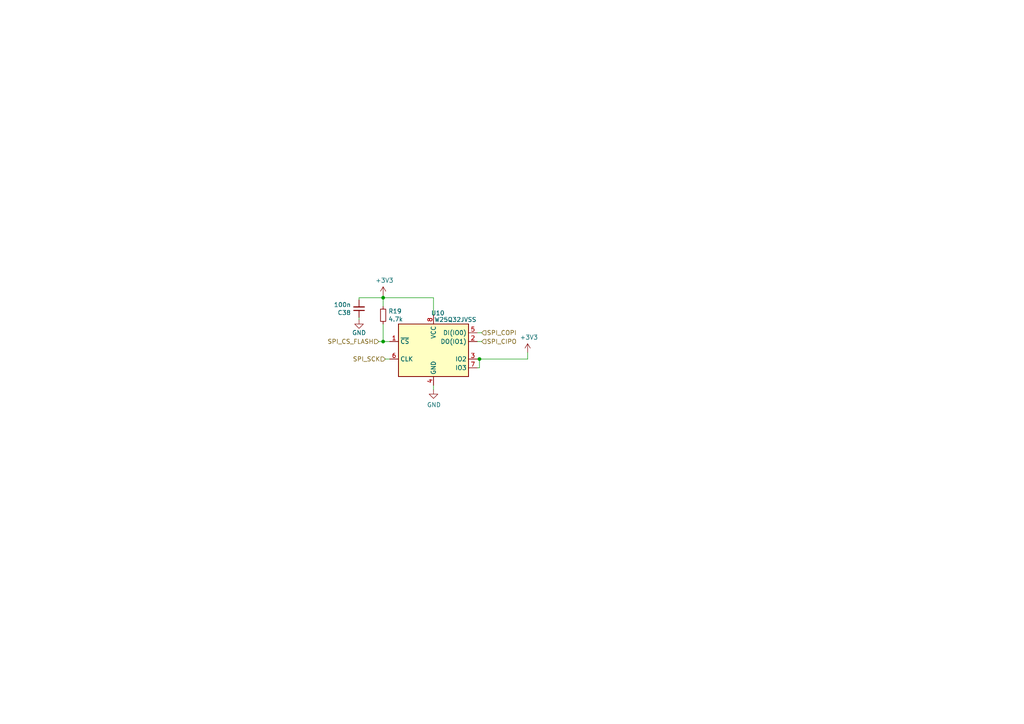
<source format=kicad_sch>
(kicad_sch (version 20230121) (generator eeschema)
  (paper "A4")
  (lib_symbols
    (symbol "Device:C_Small" (pin_numbers hide) (pin_names (offset 0.254) hide)
      (property "Reference" "C" (at 0.254 1.778 0))
      (property "Value" "C_Small" (at 0.254 -2.032 0))
      (symbol "C_Small_0_1"
        (polyline (pts (xy -1.524 -0.508) (xy 1.524 -0.508)) (stroke (width 0.3302)))
        (polyline (pts (xy -1.524 0.508) (xy 1.524 0.508)) (stroke (width 0.3048)))
      )
      (symbol "C_Small_1_1"
        (pin passive line (at 0 2.54 270) (length 2.032) (name "~") (number "1"))
        (pin passive line (at 0 -2.54 90) (length 2.032) (name "~") (number "2"))
      )
    )
    (symbol "Device:R_Small" (pin_numbers hide) (pin_names (offset 0.254) hide)
      (property "Reference" "R" (at 0.762 0.508 0))
      (property "Value" "R_Small" (at 0.762 -1.016 0))
      (symbol "R_Small_0_1"
        (rectangle (start -0.762 1.778) (end 0.762 -1.778) (stroke (width 0.2032)))
      )
      (symbol "R_Small_1_1"
        (pin passive line (at 0 2.54 270) (length 0.762) (name "~") (number "1"))
        (pin passive line (at 0 -2.54 90) (length 0.762) (name "~") (number "2"))
      )
    )
    (symbol "Memory_Flash:W25Q32JVSS"
      (property "Reference" "U" (at -8.89 8.89 0))
      (property "Value" "W25Q32JVSS" (at 7.62 8.89 0))
      (symbol "W25Q32JVSS_0_1"
        (rectangle (start -10.16 7.62) (end 10.16 -7.62) (stroke (width 0.254)) (fill (type background)))
      )
      (symbol "W25Q32JVSS_1_1"
        (pin input line (at -12.7 2.54 0) (length 2.54) (name "~{CS}") (number "1"))
        (pin bidirectional line (at 12.7 2.54 180) (length 2.54) (name "DO(IO1)") (number "2"))
        (pin bidirectional line (at 12.7 -2.54 180) (length 2.54) (name "IO2") (number "3"))
        (pin power_in line (at 0 -10.16 90) (length 2.54) (name "GND") (number "4"))
        (pin bidirectional line (at 12.7 5.08 180) (length 2.54) (name "DI(IO0)") (number "5"))
        (pin input line (at -12.7 -2.54 0) (length 2.54) (name "CLK") (number "6"))
        (pin bidirectional line (at 12.7 -5.08 180) (length 2.54) (name "IO3") (number "7"))
        (pin power_in line (at 0 10.16 270) (length 2.54) (name "VCC") (number "8"))
      )
    )
    (symbol "power:+3V3" (power) (pin_names (offset 0))
      (property "Value" "+3V3" (at 0 3.556 0))
      (symbol "+3V3_0_1"
        (polyline (pts (xy -0.762 1.27) (xy 0 2.54)))
        (polyline (pts (xy 0 0) (xy 0 2.54)))
        (polyline (pts (xy 0 2.54) (xy 0.762 1.27)))
      )
      (symbol "+3V3_1_1"
        (pin power_in line (at 0 0 90) (length 0) hide (name "+3V3") (number "1"))
      )
    )
    (symbol "power:GND" (power) (pin_names (offset 0))
      (property "Value" "GND" (at 0 -3.81 0))
      (symbol "GND_0_1"
        (polyline (pts (xy 0 0) (xy 0 -1.27) (xy 1.27 -1.27) (xy 0 -2.54) (xy -1.27 -1.27) (xy 0 -1.27)))
      )
      (symbol "GND_1_1"
        (pin power_in line (at 0 0 270) (length 0) hide (name "GND") (number "1"))
      )
    )
  )
  (junction (at 111.125 99.06))
  (junction (at 111.125 86.36))
  (junction (at 139.065 104.14))
  (wire (pts (xy 153.035 104.14) (xy 153.035 102.235)))
  (wire (pts (xy 111.125 93.98) (xy 111.125 99.06)))
  (wire (pts (xy 139.065 104.14) (xy 153.035 104.14)))
  (wire (pts (xy 111.125 86.36) (xy 104.14 86.36)))
  (wire (pts (xy 139.065 106.68) (xy 139.065 104.14)))
  (wire (pts (xy 125.73 86.36) (xy 125.73 91.44)))
  (wire (pts (xy 138.43 106.68) (xy 139.065 106.68)))
  (wire (pts (xy 104.14 92.075) (xy 104.14 92.71)))
  (wire (pts (xy 138.43 104.14) (xy 139.065 104.14)))
  (wire (pts (xy 111.76 104.14) (xy 113.03 104.14)))
  (wire (pts (xy 125.73 86.36) (xy 111.125 86.36)))
  (wire (pts (xy 138.43 96.52) (xy 139.7 96.52)))
  (wire (pts (xy 125.73 111.76) (xy 125.73 113.03)))
  (wire (pts (xy 111.125 86.36) (xy 111.125 88.9)))
  (wire (pts (xy 109.855 99.06) (xy 111.125 99.06)))
  (wire (pts (xy 139.7 99.06) (xy 138.43 99.06)))
  (wire (pts (xy 104.14 86.36) (xy 104.14 86.995)))
  (wire (pts (xy 111.125 85.725) (xy 111.125 86.36)))
  (wire (pts (xy 111.125 99.06) (xy 113.03 99.06)))
  (hierarchical_label "SPI_SCK" (shape input) (at 111.76 104.14 180))
  (hierarchical_label "SPI_CIPO" (shape input) (at 139.7 99.06 0))
  (hierarchical_label "SPI_CS_FLASH" (shape input) (at 109.855 99.06 180))
  (hierarchical_label "SPI_COPI" (shape input) (at 139.7 96.52 0))
  (symbol (lib_id "power:GND") (at 104.14 92.71 0) (unit 1)
    (property "Reference" "#PWR059" (effects hide))
    (property "Value" "GND" (at 104.14 96.52 0))
    (instances (project "UMRT_FC_R2" (path "" (reference "#PWR059") (unit 1)) (path "" (reference "#PWR060") (unit 1))) (project "EUROPA_R2" (path "" (reference "#PWR030") (unit 1))))
  )
  (symbol (lib_id "Device:C_Small") (at 104.14 89.535 180) (unit 1)
    (property "Reference" "C38" (at 101.8032 90.7034 0) (effects (justify left)))
    (property "Value" "100n" (at 101.8032 88.392 0) (effects (justify left)))
    (property "Footprint" "Capacitor_SMD:C_0603_1608Metric" (effects hide))
    (instances (project "UMRT_FC_R2" (path "" (reference "C38") (unit 1)) (path "" (reference "C32") (unit 1))) (project "EUROPA_R2" (path "" (reference "C24") (unit 1))))
  )
  (symbol (lib_id "Memory_Flash:W25Q32JVSS") (at 125.73 101.6 0) (unit 1)
    (property "Reference" "U10" (at 127 90.805 0))
    (property "Value" "W25Q32JVSS" (at 132.08 92.71 0))
    (property "Footprint" "Package_SO:SOIC-8_5.23x5.23mm_P1.27mm" (effects hide))
    (property "Datasheet" "http://www.winbond.com/resource-files/w25q32jv%20revg%2003272018%20plus.pdf" (effects hide))
    (instances (project "UMRT_FC_R2" (path "" (reference "U10") (unit 1)) (path "" (reference "U7") (unit 1))) (project "EUROPA_R2" (path "" (reference "U6") (unit 1))))
  )
  (symbol (lib_id "power:+3V3") (at 153.035 102.235 0) (unit 1)
    (property "Reference" "#PWR062" (effects hide))
    (property "Value" "+3V3" (at 153.416 97.8408 0))
    (instances (project "UMRT_FC_R2" (path "" (reference "#PWR062") (unit 1)) (path "" (reference "#PWR063") (unit 1))) (project "EUROPA_R2" (path "" (reference "#PWR033") (unit 1))))
  )
  (symbol (lib_id "Device:R_Small") (at 111.125 91.44 0) (unit 1)
    (property "Reference" "R19" (at 112.6236 90.2716 0) (effects (justify left)))
    (property "Value" "4.7k" (at 112.6236 92.583 0) (effects (justify left)))
    (property "Footprint" "Resistor_SMD:R_0603_1608Metric" (effects hide))
    (instances (project "UMRT_FC_R2" (path "" (reference "R19") (unit 1)) (path "" (reference "R20") (unit 1))) (project "EUROPA_R2" (path "" (reference "R8") (unit 1))))
  )
  (symbol (lib_id "power:+3V3") (at 111.125 85.725 0) (unit 1)
    (property "Reference" "#PWR060" (effects hide))
    (property "Value" "+3V3" (at 111.506 81.3308 0))
    (instances (project "UMRT_FC_R2" (path "" (reference "#PWR060") (unit 1)) (path "" (reference "#PWR061") (unit 1))) (project "EUROPA_R2" (path "" (reference "#PWR031") (unit 1))))
  )
  (symbol (lib_id "power:GND") (at 125.73 113.03 0) (unit 1)
    (property "Reference" "#PWR061" (effects hide))
    (property "Value" "GND" (at 125.857 117.4242 0))
    (instances (project "UMRT_FC_R2" (path "" (reference "#PWR061") (unit 1)) (path "" (reference "#PWR062") (unit 1))) (project "EUROPA_R2" (path "" (reference "#PWR032") (unit 1))))
  )
)
</source>
